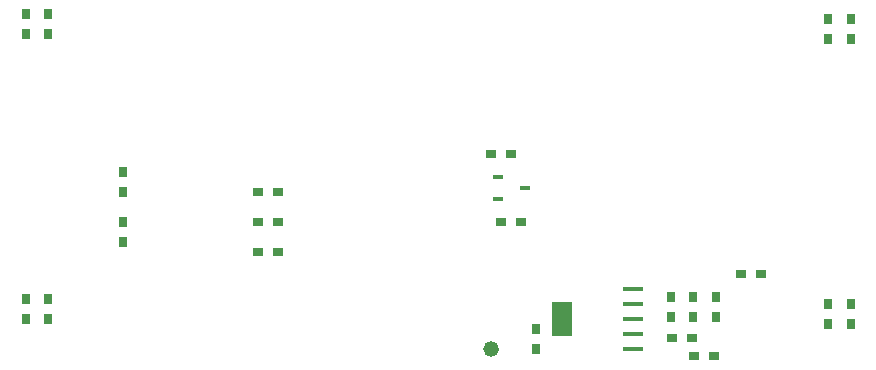
<source format=gbr>
G04 DipTrace 2.4.0.2*
%INBottomPaste.gbr*%
%MOIN*%
%ADD37R,0.0707X0.118*%
%ADD39R,0.0707X0.0156*%
%ADD41C,0.052*%
%ADD43R,0.0333X0.0176*%
%ADD55R,0.0353X0.0314*%
%ADD57R,0.0314X0.0353*%
%FSLAX44Y44*%
G04*
G70*
G90*
G75*
G01*
%LNBotPaste*%
%LPD*%
D57*
X29190Y6690D3*
Y6021D3*
X27690Y6690D3*
Y6021D3*
X28440Y6690D3*
Y6021D3*
X23190Y4940D3*
Y5609D3*
X6190Y5940D3*
Y6609D3*
X33690Y6440D3*
Y5771D3*
Y15940D3*
Y15271D3*
X6190Y15440D3*
Y16109D3*
D55*
X13940Y8190D3*
X14609D3*
X13940Y10190D3*
X14609D3*
D57*
X9440Y9190D3*
Y8521D3*
D55*
X13940Y9190D3*
X14609D3*
D57*
X9440Y10190D3*
Y10859D3*
D43*
X21940Y9940D3*
Y10688D3*
X22846Y10314D3*
D55*
X27740Y5300D3*
X28409D3*
X30690Y7440D3*
X30021D3*
X28460Y4700D3*
X29129D3*
X21690Y11440D3*
X22359D3*
X22690Y9190D3*
X22021D3*
D57*
X32940Y6440D3*
Y5771D3*
X6940Y15440D3*
Y16109D3*
Y5940D3*
Y6609D3*
X32940Y15940D3*
Y15271D3*
D41*
X21690Y4940D3*
D39*
X26440Y6940D3*
Y6440D3*
Y5940D3*
Y5440D3*
Y4940D3*
D37*
X24078Y5940D3*
M02*

</source>
